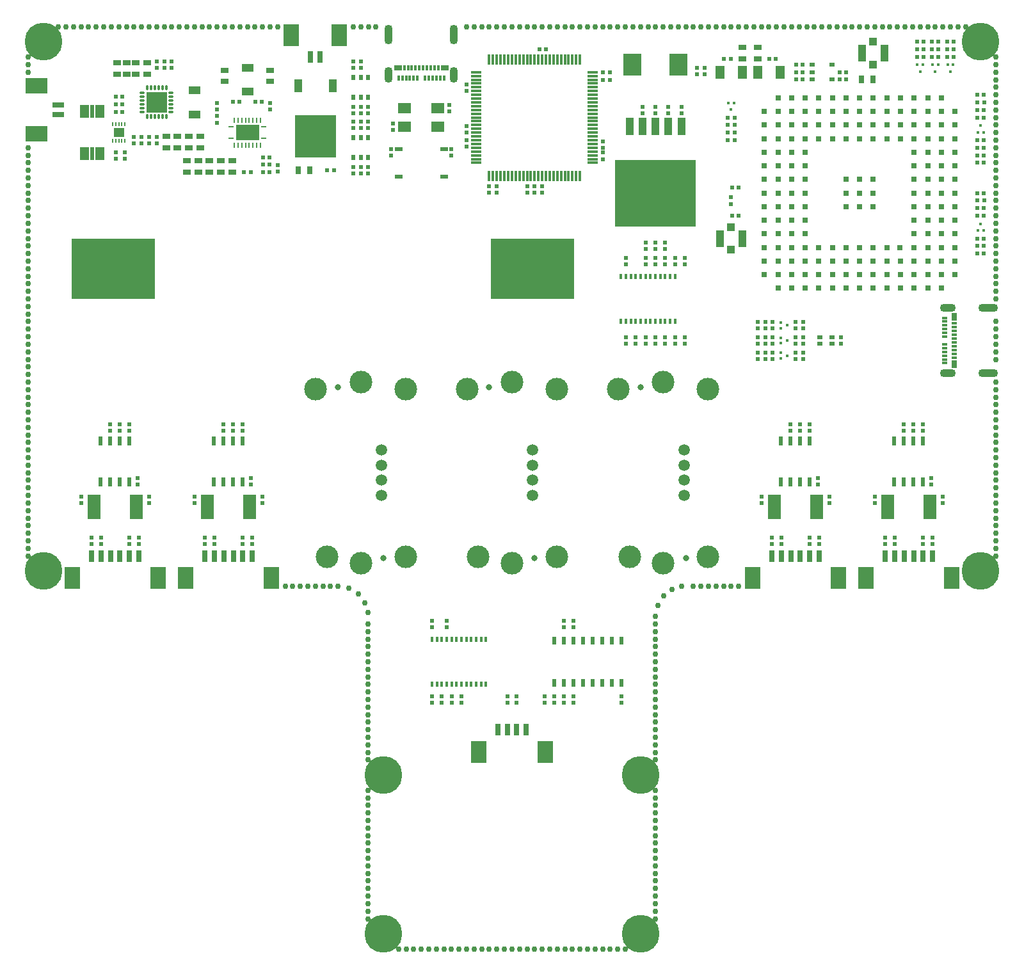
<source format=gbr>
%TF.GenerationSoftware,Altium Limited,Altium Designer,23.3.1 (30)*%
G04 Layer_Color=255*
%FSLAX45Y45*%
%MOMM*%
%TF.SameCoordinates,E4F86091-2262-4A10-A0E3-B6E4D0D901A0*%
%TF.FilePolarity,Positive*%
%TF.FileFunction,Pads,Top*%
%TF.Part,Single*%
G01*
G75*
%TA.AperFunction,SMDPad,CuDef*%
%ADD11R,0.52000X0.47000*%
%ADD12R,0.47000X0.52000*%
%ADD13R,0.40000X0.40000*%
%ADD14R,0.50000X0.60000*%
%ADD15R,0.30000X0.80000*%
%ADD16R,0.40000X0.40000*%
%ADD17R,0.80000X0.50000*%
%ADD18R,0.70000X0.30000*%
%ADD19R,0.70000X1.00000*%
%ADD20R,1.00000X1.00000*%
%ADD21R,1.05000X2.20000*%
%ADD22R,0.80000X0.60000*%
%ADD23R,1.00000X0.70000*%
G04:AMPARAMS|DCode=24|XSize=0.7mm|YSize=0.7mm|CornerRadius=0.07mm|HoleSize=0mm|Usage=FLASHONLY|Rotation=90.000|XOffset=0mm|YOffset=0mm|HoleType=Round|Shape=RoundedRectangle|*
%AMROUNDEDRECTD24*
21,1,0.70000,0.56000,0,0,90.0*
21,1,0.56000,0.70000,0,0,90.0*
1,1,0.14000,0.28000,0.28000*
1,1,0.14000,0.28000,-0.28000*
1,1,0.14000,-0.28000,-0.28000*
1,1,0.14000,-0.28000,0.28000*
%
%ADD24ROUNDEDRECTD24*%
%ADD25R,1.16000X1.82000*%
%ADD26R,2.40000X2.90000*%
%ADD27R,10.66800X8.89000*%
G04:AMPARAMS|DCode=28|XSize=2.286mm|YSize=1.0668mm|CornerRadius=0.05334mm|HoleSize=0mm|Usage=FLASHONLY|Rotation=270.000|XOffset=0mm|YOffset=0mm|HoleType=Round|Shape=RoundedRectangle|*
%AMROUNDEDRECTD28*
21,1,2.28600,0.96012,0,0,270.0*
21,1,2.17932,1.06680,0,0,270.0*
1,1,0.10668,-0.48006,-1.08966*
1,1,0.10668,-0.48006,1.08966*
1,1,0.10668,0.48006,1.08966*
1,1,0.10668,0.48006,-1.08966*
%
%ADD28ROUNDEDRECTD28*%
%ADD29R,0.30000X0.70000*%
%ADD30R,0.75000X1.50000*%
%ADD31R,2.00000X3.00000*%
%ADD32R,1.50000X0.75000*%
%ADD33R,3.00000X2.00000*%
%ADD34R,1.20000X1.79000*%
%ADD35R,0.60000X1.79000*%
%ADD36R,0.25000X0.50000*%
%ADD37R,1.40000X1.30000*%
%ADD38R,2.70000X2.70000*%
G04:AMPARAMS|DCode=39|XSize=0.6mm|YSize=0.3mm|CornerRadius=0.075mm|HoleSize=0mm|Usage=FLASHONLY|Rotation=90.000|XOffset=0mm|YOffset=0mm|HoleType=Round|Shape=RoundedRectangle|*
%AMROUNDEDRECTD39*
21,1,0.60000,0.15000,0,0,90.0*
21,1,0.45000,0.30000,0,0,90.0*
1,1,0.15000,0.07500,0.22500*
1,1,0.15000,0.07500,-0.22500*
1,1,0.15000,-0.07500,-0.22500*
1,1,0.15000,-0.07500,0.22500*
%
%ADD39ROUNDEDRECTD39*%
G04:AMPARAMS|DCode=40|XSize=0.6mm|YSize=0.3mm|CornerRadius=0.075mm|HoleSize=0mm|Usage=FLASHONLY|Rotation=0.000|XOffset=0mm|YOffset=0mm|HoleType=Round|Shape=RoundedRectangle|*
%AMROUNDEDRECTD40*
21,1,0.60000,0.15000,0,0,0.0*
21,1,0.45000,0.30000,0,0,0.0*
1,1,0.15000,0.22500,-0.07500*
1,1,0.15000,-0.22500,-0.07500*
1,1,0.15000,-0.22500,0.07500*
1,1,0.15000,0.22500,0.07500*
%
%ADD40ROUNDEDRECTD40*%
%ADD41R,1.50000X1.00000*%
G04:AMPARAMS|DCode=42|XSize=0.24mm|YSize=0.6mm|CornerRadius=0.0504mm|HoleSize=0mm|Usage=FLASHONLY|Rotation=270.000|XOffset=0mm|YOffset=0mm|HoleType=Round|Shape=RoundedRectangle|*
%AMROUNDEDRECTD42*
21,1,0.24000,0.49920,0,0,270.0*
21,1,0.13920,0.60000,0,0,270.0*
1,1,0.10080,-0.24960,-0.06960*
1,1,0.10080,-0.24960,0.06960*
1,1,0.10080,0.24960,0.06960*
1,1,0.10080,0.24960,-0.06960*
%
%ADD42ROUNDEDRECTD42*%
G04:AMPARAMS|DCode=43|XSize=0.6mm|YSize=0.24mm|CornerRadius=0.0504mm|HoleSize=0mm|Usage=FLASHONLY|Rotation=270.000|XOffset=0mm|YOffset=0mm|HoleType=Round|Shape=RoundedRectangle|*
%AMROUNDEDRECTD43*
21,1,0.60000,0.13920,0,0,270.0*
21,1,0.49920,0.24000,0,0,270.0*
1,1,0.10080,-0.06960,-0.24960*
1,1,0.10080,-0.06960,0.24960*
1,1,0.10080,0.06960,0.24960*
1,1,0.10080,0.06960,-0.24960*
%
%ADD43ROUNDEDRECTD43*%
G04:AMPARAMS|DCode=44|XSize=2.05mm|YSize=3.05mm|CornerRadius=0.05125mm|HoleSize=0mm|Usage=FLASHONLY|Rotation=270.000|XOffset=0mm|YOffset=0mm|HoleType=Round|Shape=RoundedRectangle|*
%AMROUNDEDRECTD44*
21,1,2.05000,2.94750,0,0,270.0*
21,1,1.94750,3.05000,0,0,270.0*
1,1,0.10250,-1.47375,-0.97375*
1,1,0.10250,-1.47375,0.97375*
1,1,0.10250,1.47375,0.97375*
1,1,0.10250,1.47375,-0.97375*
%
%ADD44ROUNDEDRECTD44*%
%ADD45R,5.50000X5.70000*%
%ADD46R,1.00000X1.75000*%
%ADD47R,0.60000X0.80000*%
%ADD48R,1.00000X0.50000*%
%ADD49R,1.80000X1.40000*%
%ADD50R,1.40000X0.30000*%
%ADD51R,0.30000X1.40000*%
%ADD52R,0.60000X1.00000*%
%ADD53R,0.60000X1.20000*%
%ADD54R,1.79000X3.20000*%
%ADD55R,11.00000X8.00000*%
%TA.AperFunction,ViaPad*%
%ADD61C,0.75000*%
%TA.AperFunction,ComponentPad*%
%ADD62O,2.10000X1.10000*%
%ADD63O,2.60000X1.10000*%
%ADD64O,1.10000X2.10000*%
%ADD65O,1.10000X2.60000*%
%TA.AperFunction,ViaPad*%
%ADD66C,5.00000*%
%TA.AperFunction,ComponentPad*%
%ADD67C,1.50000*%
%ADD68C,3.00000*%
%ADD69C,0.80000*%
%ADD70C,2.50000*%
D11*
X-4950000Y5933000D02*
D03*
Y5847000D02*
D03*
X-5059500Y6557000D02*
D03*
Y6643000D02*
D03*
X1897500Y7793000D02*
D03*
Y7707000D02*
D03*
X2027500Y7793000D02*
D03*
Y7707000D02*
D03*
X1767500Y7793000D02*
D03*
Y7707000D02*
D03*
X1507500Y8843000D02*
D03*
Y8757000D02*
D03*
X1767500Y8843000D02*
D03*
Y8757000D02*
D03*
X1897500Y8843000D02*
D03*
Y8757000D02*
D03*
X2027500Y8843000D02*
D03*
Y8757000D02*
D03*
X1507500Y7793000D02*
D03*
Y7707000D02*
D03*
X1637500Y7793000D02*
D03*
Y7707000D02*
D03*
X1767500Y8957000D02*
D03*
Y9043000D02*
D03*
X2027500Y8957000D02*
D03*
Y9043000D02*
D03*
X1897500Y8957000D02*
D03*
Y9043000D02*
D03*
X2157500Y8757000D02*
D03*
Y8843000D02*
D03*
X2287500Y8757000D02*
D03*
Y8843000D02*
D03*
X2157500Y7793000D02*
D03*
Y7707000D02*
D03*
X2287500Y7793000D02*
D03*
Y7707000D02*
D03*
X3850000Y7793000D02*
D03*
Y7707000D02*
D03*
X3750000Y7593000D02*
D03*
Y7507000D02*
D03*
X3850000Y7593000D02*
D03*
Y7507000D02*
D03*
X3750000Y7793000D02*
D03*
Y7707000D02*
D03*
X4350000D02*
D03*
Y7793000D02*
D03*
X3850000Y7993000D02*
D03*
Y7907000D02*
D03*
X3750000Y7993000D02*
D03*
Y7907000D02*
D03*
X3450000Y7993000D02*
D03*
Y7907000D02*
D03*
Y7593000D02*
D03*
Y7507000D02*
D03*
Y7793000D02*
D03*
Y7707000D02*
D03*
X3250000Y7907000D02*
D03*
Y7993000D02*
D03*
X3350000D02*
D03*
Y7907000D02*
D03*
Y7593000D02*
D03*
Y7507000D02*
D03*
X3250000D02*
D03*
Y7593000D02*
D03*
Y7707000D02*
D03*
Y7793000D02*
D03*
X3350000D02*
D03*
Y7707000D02*
D03*
X2899999Y9643000D02*
D03*
Y9557000D02*
D03*
X2550000Y11358700D02*
D03*
Y11272700D02*
D03*
X2450000Y11358700D02*
D03*
Y11272700D02*
D03*
X1729820Y10757000D02*
D03*
Y10843000D02*
D03*
X1900000Y10757000D02*
D03*
Y10843000D02*
D03*
X2070180Y10757000D02*
D03*
Y10843000D02*
D03*
X2240360D02*
D03*
Y10757000D02*
D03*
X-5120000Y10243000D02*
D03*
Y10157000D02*
D03*
X-5240000Y10243000D02*
D03*
Y10157000D02*
D03*
X-4500000Y11442999D02*
D03*
Y11357000D02*
D03*
X-4600000D02*
D03*
Y11442999D02*
D03*
X-4700000Y11357000D02*
D03*
Y11443000D02*
D03*
X-3900000Y10893000D02*
D03*
Y10807000D02*
D03*
Y10632000D02*
D03*
Y10717999D02*
D03*
X-5000000Y10357000D02*
D03*
Y10443000D02*
D03*
X-4900000D02*
D03*
Y10357000D02*
D03*
X-4800000Y10443000D02*
D03*
Y10357000D02*
D03*
X-4700000Y10443000D02*
D03*
Y10357000D02*
D03*
X-3100000Y10067999D02*
D03*
Y9982000D02*
D03*
X-2095000Y11357000D02*
D03*
Y11442999D02*
D03*
X-2000000D02*
D03*
Y11357000D02*
D03*
X-1905000Y10842999D02*
D03*
Y10757000D02*
D03*
X-2000000Y10843000D02*
D03*
Y10757000D02*
D03*
X-2095000Y10843000D02*
D03*
Y10757000D02*
D03*
X-1905000Y10557000D02*
D03*
Y10643000D02*
D03*
X-2000000Y10557000D02*
D03*
Y10643000D02*
D03*
X-2095000Y10642999D02*
D03*
Y10556999D02*
D03*
X-1905000Y10042999D02*
D03*
Y9957000D02*
D03*
X-2000000Y10042999D02*
D03*
Y9957000D02*
D03*
X-2095000Y10042999D02*
D03*
Y9957000D02*
D03*
X-800000Y10285000D02*
D03*
Y10199000D02*
D03*
X-1600000D02*
D03*
Y10285000D02*
D03*
X-1574800Y10622100D02*
D03*
Y10536100D02*
D03*
X-825500Y10777400D02*
D03*
Y10863400D02*
D03*
X-600000Y10314000D02*
D03*
Y10400000D02*
D03*
X-600000Y10586000D02*
D03*
Y10500000D02*
D03*
X-600000Y11050000D02*
D03*
Y11136000D02*
D03*
X1200000Y10300000D02*
D03*
Y10386000D02*
D03*
X1200000Y10236000D02*
D03*
Y10150000D02*
D03*
X400000Y9793000D02*
D03*
Y9707000D02*
D03*
X300000Y9793000D02*
D03*
Y9707000D02*
D03*
X200000Y9793000D02*
D03*
Y9707000D02*
D03*
X-200000Y9793000D02*
D03*
Y9707000D02*
D03*
X-300000Y9793000D02*
D03*
Y9707000D02*
D03*
X-3200000Y10807000D02*
D03*
Y10893000D02*
D03*
X-3450000Y5847000D02*
D03*
Y5933000D02*
D03*
X-862500Y3957000D02*
D03*
Y4043000D02*
D03*
X-1057500Y3957000D02*
D03*
Y4043000D02*
D03*
X-667500Y3043000D02*
D03*
Y2957000D02*
D03*
X-797500Y2957000D02*
D03*
Y3043000D02*
D03*
X-927500Y3043000D02*
D03*
Y2957000D02*
D03*
X-1057500Y3043000D02*
D03*
Y2957000D02*
D03*
X-62500Y3043000D02*
D03*
Y2957000D02*
D03*
X62500Y3043000D02*
D03*
Y2957000D02*
D03*
X682500Y4043000D02*
D03*
Y3957000D02*
D03*
X809500D02*
D03*
Y4043000D02*
D03*
Y3043000D02*
D03*
Y2957000D02*
D03*
X1444500Y3043000D02*
D03*
Y2957000D02*
D03*
X682500Y3043000D02*
D03*
Y2957000D02*
D03*
X555500Y3043000D02*
D03*
Y2957000D02*
D03*
X428450Y3043000D02*
D03*
Y2957000D02*
D03*
X-3559500Y6643000D02*
D03*
Y6557000D02*
D03*
X-3813500Y6557000D02*
D03*
Y6643000D02*
D03*
X-3686500Y6557000D02*
D03*
Y6643000D02*
D03*
X-5186500Y6557000D02*
D03*
Y6643000D02*
D03*
X-5313500Y6557000D02*
D03*
Y6643000D02*
D03*
X-3300000Y5683000D02*
D03*
Y5597000D02*
D03*
X-4200000Y5597000D02*
D03*
Y5683000D02*
D03*
X-4800000Y5683000D02*
D03*
Y5597000D02*
D03*
X-5700000Y5597000D02*
D03*
Y5683000D02*
D03*
X-3436040Y5057000D02*
D03*
Y5143000D02*
D03*
X-3561040Y5057000D02*
D03*
Y5143000D02*
D03*
X-3936040Y5057000D02*
D03*
Y5143000D02*
D03*
X-4061040Y5057000D02*
D03*
Y5143000D02*
D03*
X-4936040Y5057000D02*
D03*
Y5143000D02*
D03*
X-5061040Y5057000D02*
D03*
Y5143000D02*
D03*
X-5436040Y5057000D02*
D03*
Y5143000D02*
D03*
X-5561040Y5057000D02*
D03*
Y5143000D02*
D03*
X5186500Y6557000D02*
D03*
Y6643000D02*
D03*
X5313500Y6557000D02*
D03*
Y6643000D02*
D03*
X5440500D02*
D03*
Y6557000D02*
D03*
X5550000Y5847000D02*
D03*
Y5933000D02*
D03*
X5700000Y5683000D02*
D03*
Y5597000D02*
D03*
X4800000Y5597000D02*
D03*
Y5683000D02*
D03*
X5563960Y5057000D02*
D03*
Y5143000D02*
D03*
X5438960Y5057000D02*
D03*
Y5143000D02*
D03*
X5063960Y5057000D02*
D03*
Y5143000D02*
D03*
X4938960Y5057000D02*
D03*
Y5143000D02*
D03*
X3940500Y6643000D02*
D03*
Y6557000D02*
D03*
X3813500D02*
D03*
Y6643000D02*
D03*
X3686500Y6557000D02*
D03*
Y6643000D02*
D03*
X4050000Y5847000D02*
D03*
Y5933000D02*
D03*
X3300000Y5597000D02*
D03*
Y5683000D02*
D03*
X4200000D02*
D03*
Y5597000D02*
D03*
X4063960Y5057000D02*
D03*
Y5143000D02*
D03*
X3938960Y5057000D02*
D03*
Y5143000D02*
D03*
X3563960Y5057000D02*
D03*
Y5143000D02*
D03*
X3438960Y5057000D02*
D03*
Y5143000D02*
D03*
D12*
X3001000Y9775000D02*
D03*
X6243000Y9500000D02*
D03*
X6157000D02*
D03*
Y8900000D02*
D03*
X6243000D02*
D03*
X6243000Y9000000D02*
D03*
X6157000D02*
D03*
X6243000Y9100000D02*
D03*
X6157000D02*
D03*
X6243000Y9400000D02*
D03*
X6157000D02*
D03*
X6243000Y10700000D02*
D03*
X6157000D02*
D03*
X6243000Y10800000D02*
D03*
X6157000D02*
D03*
Y11000000D02*
D03*
X6243000D02*
D03*
X6157000Y10200000D02*
D03*
X6243000D02*
D03*
X6157000Y9700000D02*
D03*
X6243000D02*
D03*
X6243000Y10100000D02*
D03*
X6157000D02*
D03*
X6243000Y10300000D02*
D03*
X6157000D02*
D03*
X6243000Y10400000D02*
D03*
X6157000D02*
D03*
X2915000Y9775000D02*
D03*
X3001000Y9400000D02*
D03*
X2915000D02*
D03*
X2857000Y10700000D02*
D03*
X2943000D02*
D03*
X2857000Y10600000D02*
D03*
X2943000D02*
D03*
Y10400000D02*
D03*
X2857000D02*
D03*
X4422499Y11205000D02*
D03*
X4336500D02*
D03*
X4422499Y11300000D02*
D03*
X4336500D02*
D03*
X3842999Y11205000D02*
D03*
X3756999D02*
D03*
X3842999Y11300000D02*
D03*
X3756999D02*
D03*
X3842999Y11395000D02*
D03*
X3756999D02*
D03*
X3407000Y11471250D02*
D03*
X3493000D02*
D03*
X2893000D02*
D03*
X2807000D02*
D03*
X-5157000Y10975000D02*
D03*
X-5243000D02*
D03*
X-5243000Y10875000D02*
D03*
X-5157000D02*
D03*
X-5243000Y10775000D02*
D03*
X-5157000D02*
D03*
X-3393000Y10906199D02*
D03*
X-3307000D02*
D03*
X-3607000D02*
D03*
X-3693000D02*
D03*
X-3543000Y9974999D02*
D03*
X-3457000D02*
D03*
X-3293000Y10175000D02*
D03*
X-3207000D02*
D03*
X-3293000Y10074999D02*
D03*
X-3207000D02*
D03*
X-3293000Y9974999D02*
D03*
X-3207000D02*
D03*
X-2443000Y10000000D02*
D03*
X-2357000D02*
D03*
X450000Y11600000D02*
D03*
X364000D02*
D03*
X1207000Y11300000D02*
D03*
X1293000D02*
D03*
X1207000Y11200000D02*
D03*
X1293000D02*
D03*
X5557000Y11700000D02*
D03*
X5643000D02*
D03*
Y11500000D02*
D03*
X5557000D02*
D03*
X5643000Y11600000D02*
D03*
X5557000D02*
D03*
X5357000Y11700000D02*
D03*
X5443000D02*
D03*
Y11500000D02*
D03*
X5357000D02*
D03*
X5443000Y11600000D02*
D03*
X5357000D02*
D03*
X5757000Y11700000D02*
D03*
X5843000D02*
D03*
Y11500000D02*
D03*
X5757000D02*
D03*
X5843000Y11600000D02*
D03*
X5757000D02*
D03*
D13*
X6200000Y10595000D02*
D03*
X6237500Y10505000D02*
D03*
X6162500D02*
D03*
X6200000Y9295000D02*
D03*
X6237500Y9205000D02*
D03*
X6162500D02*
D03*
X2937500Y10895000D02*
D03*
X2862500D02*
D03*
X2900000Y10805000D02*
D03*
X5637500Y11395000D02*
D03*
X5562500D02*
D03*
X5600000Y11305000D02*
D03*
X5437500Y11395000D02*
D03*
X5362500D02*
D03*
X5400000Y11305000D02*
D03*
X5837500Y11395000D02*
D03*
X5762500D02*
D03*
X5800000Y11305000D02*
D03*
D14*
X6245000Y9600000D02*
D03*
X6155000D02*
D03*
X6245000Y10900000D02*
D03*
X6155000D02*
D03*
X2855000Y10500000D02*
D03*
X2945000D02*
D03*
D15*
X2157500Y8000000D02*
D03*
X1442500D02*
D03*
Y8600000D02*
D03*
X2157500D02*
D03*
X1507500Y8000000D02*
D03*
X2092500D02*
D03*
X1507500Y8600000D02*
D03*
X2092500D02*
D03*
X2027500D02*
D03*
X1572500D02*
D03*
X1637500D02*
D03*
X1702500D02*
D03*
X1767500D02*
D03*
X1962500D02*
D03*
X1897500D02*
D03*
X1832500D02*
D03*
X2027500Y8000000D02*
D03*
X1572500D02*
D03*
X1637500D02*
D03*
X1702500D02*
D03*
X1767500D02*
D03*
X1962500D02*
D03*
X1897500D02*
D03*
X1832500D02*
D03*
X-1057500Y3800000D02*
D03*
X-342500D02*
D03*
Y3200000D02*
D03*
X-1057500D02*
D03*
X-407500Y3800000D02*
D03*
X-992500D02*
D03*
X-407500Y3200000D02*
D03*
X-992500D02*
D03*
X-927500D02*
D03*
X-472500D02*
D03*
X-537500D02*
D03*
X-602500D02*
D03*
X-667500D02*
D03*
X-862500D02*
D03*
X-797500D02*
D03*
X-732500D02*
D03*
X-927500Y3800000D02*
D03*
X-472500D02*
D03*
X-537500D02*
D03*
X-602500D02*
D03*
X-667500D02*
D03*
X-862500D02*
D03*
X-797500D02*
D03*
X-732500D02*
D03*
D16*
X3555000Y7587500D02*
D03*
Y7512500D02*
D03*
X3645000Y7550000D02*
D03*
X3555000Y7787500D02*
D03*
Y7712500D02*
D03*
X3645000Y7750000D02*
D03*
X3555000Y7987500D02*
D03*
Y7912500D02*
D03*
X3645000Y7950000D02*
D03*
D17*
X4070000Y7705000D02*
D03*
X4230000D02*
D03*
Y7795000D02*
D03*
X4070000D02*
D03*
D18*
X5852960Y7525000D02*
D03*
X5853000Y7575000D02*
D03*
Y7625000D02*
D03*
Y7675000D02*
D03*
Y7725000D02*
D03*
Y7975000D02*
D03*
Y7925000D02*
D03*
Y7875000D02*
D03*
Y7825000D02*
D03*
Y7775000D02*
D03*
X5723000Y8050000D02*
D03*
Y8000000D02*
D03*
Y7950000D02*
D03*
Y7900000D02*
D03*
Y7850000D02*
D03*
Y7800000D02*
D03*
Y7700000D02*
D03*
Y7650000D02*
D03*
Y7600000D02*
D03*
Y7550000D02*
D03*
Y7500000D02*
D03*
Y7450000D02*
D03*
D19*
X5853000Y8060000D02*
D03*
Y7440000D02*
D03*
X4622500Y11205000D02*
D03*
X4779999D02*
D03*
X-2825000Y10000000D02*
D03*
X-2675000D02*
D03*
D20*
X2899999Y9250000D02*
D03*
X2899999Y8950000D02*
D03*
X4779999Y11400000D02*
D03*
X4780000Y11700000D02*
D03*
D21*
X2752499Y9100000D02*
D03*
X3047499D02*
D03*
X4927499Y11550000D02*
D03*
X4632499D02*
D03*
D22*
X3969999Y11395000D02*
D03*
Y11300000D02*
D03*
Y11205000D02*
D03*
X4229999D02*
D03*
Y11395000D02*
D03*
D23*
X3252500Y11628750D02*
D03*
Y11471250D02*
D03*
X3047500Y11628750D02*
D03*
Y11471250D02*
D03*
X-1510000Y11353000D02*
D03*
X-890000D02*
D03*
X-4825000Y11425000D02*
D03*
Y11275000D02*
D03*
X-4975000Y11425000D02*
D03*
Y11275000D02*
D03*
X-5100000Y11425000D02*
D03*
Y11275000D02*
D03*
X-5225000Y11425000D02*
D03*
Y11275000D02*
D03*
X-3200000Y11175000D02*
D03*
Y11325000D02*
D03*
X-3800000Y11175000D02*
D03*
Y11325000D02*
D03*
X-4125000Y10300000D02*
D03*
Y10450000D02*
D03*
X-4275000Y10300000D02*
D03*
Y10450000D02*
D03*
X-4425000Y10300000D02*
D03*
Y10450000D02*
D03*
X-4575000Y10300000D02*
D03*
Y10450000D02*
D03*
X-4300000Y9975000D02*
D03*
Y10125000D02*
D03*
X-4150000Y9975000D02*
D03*
Y10125000D02*
D03*
X-4000000Y9975000D02*
D03*
Y10125000D02*
D03*
X-3850000Y9975000D02*
D03*
Y10125000D02*
D03*
X-3700000Y9975000D02*
D03*
Y10125000D02*
D03*
D24*
X4779999Y9699999D02*
D03*
X4599999Y9880000D02*
D03*
X4779999D02*
D03*
X4419999Y9699999D02*
D03*
X4599999D02*
D03*
X4419999Y9880000D02*
D03*
X4779999Y9520000D02*
D03*
X4419999D02*
D03*
X4599999D02*
D03*
X5679999Y8440000D02*
D03*
Y8620000D02*
D03*
X5319999Y8440000D02*
D03*
X5499999D02*
D03*
X5859999Y8620000D02*
D03*
Y8800000D02*
D03*
X5499999Y8620000D02*
D03*
X5679999Y8800000D02*
D03*
X5499999D02*
D03*
X4779999Y8440000D02*
D03*
X5139999D02*
D03*
X4959999D02*
D03*
X5139999Y8620000D02*
D03*
X5319999D02*
D03*
X4779999D02*
D03*
X5139999Y8800000D02*
D03*
X4959999Y8620000D02*
D03*
X5679999Y8980000D02*
D03*
X5859999D02*
D03*
Y9159999D02*
D03*
Y9339999D02*
D03*
X5679999Y9159999D02*
D03*
X5859999Y9519999D02*
D03*
X5679999Y9339999D02*
D03*
X4959999Y8800000D02*
D03*
X5499999Y8980000D02*
D03*
X5319999Y8800000D02*
D03*
X5499999Y9159999D02*
D03*
X5679999Y9519999D02*
D03*
X5319999Y8980000D02*
D03*
X5499999Y9519999D02*
D03*
Y9339999D02*
D03*
X4420000Y8440000D02*
D03*
X4599999D02*
D03*
X4060000D02*
D03*
X4240000D02*
D03*
X4599999Y8620000D02*
D03*
X4779999Y8800000D02*
D03*
X4060000Y8620000D02*
D03*
X4420000D02*
D03*
X4240000D02*
D03*
X3880000Y8440000D02*
D03*
Y8620000D02*
D03*
X3700000Y8440000D02*
D03*
X3520000D02*
D03*
X3880000Y8800000D02*
D03*
X4060000D02*
D03*
X3340000Y8620000D02*
D03*
X3700000D02*
D03*
X3520000D02*
D03*
X4420000Y8800000D02*
D03*
X4599999D02*
D03*
X3520000D02*
D03*
X4240000D02*
D03*
X3700000D02*
D03*
Y8980000D02*
D03*
X3880000D02*
D03*
X3700000Y9159999D02*
D03*
Y9519999D02*
D03*
Y9339999D02*
D03*
X3340000Y8800000D02*
D03*
X3520000Y8980000D02*
D03*
X3340000D02*
D03*
X3520000Y9159999D02*
D03*
Y9339999D02*
D03*
X3340000Y9159999D02*
D03*
Y9519999D02*
D03*
Y9339999D02*
D03*
X5859999Y9699999D02*
D03*
Y9879999D02*
D03*
X5679999Y9699999D02*
D03*
Y9879999D02*
D03*
X5859999Y10059999D02*
D03*
Y10239999D02*
D03*
X5679999Y10059999D02*
D03*
X5859999Y10419999D02*
D03*
X5679999Y10599999D02*
D03*
X5499999Y9879999D02*
D03*
X5679999Y10239999D02*
D03*
X5499999Y9699999D02*
D03*
Y10239999D02*
D03*
Y10059999D02*
D03*
Y10419999D02*
D03*
X5679999D02*
D03*
X5319999D02*
D03*
X5499999Y10599999D02*
D03*
X4779999D02*
D03*
X5859999D02*
D03*
X5679999Y10779999D02*
D03*
X5139999Y10599999D02*
D03*
X5499999Y10779999D02*
D03*
X5319999Y10599999D02*
D03*
X5859999Y10779999D02*
D03*
X5679999Y10959998D02*
D03*
X5319999Y10779999D02*
D03*
X5499999Y10959998D02*
D03*
X5319999D02*
D03*
X4959999Y10599999D02*
D03*
X5139999Y10779999D02*
D03*
X4599999D02*
D03*
X4959999D02*
D03*
X4779999D02*
D03*
Y10959998D02*
D03*
X5139999D02*
D03*
X4959999D02*
D03*
X3700000Y9699999D02*
D03*
Y9879999D02*
D03*
X3520000Y9699999D02*
D03*
X3700000Y10059999D02*
D03*
X4420000Y10599999D02*
D03*
X4599999D02*
D03*
X3700000Y10239999D02*
D03*
X3880000Y10419999D02*
D03*
X3700000D02*
D03*
X3520000Y9519999D02*
D03*
Y9879999D02*
D03*
X3340000Y9699999D02*
D03*
X3520000Y10059999D02*
D03*
X3340000Y9879999D02*
D03*
X3520000Y10239999D02*
D03*
Y10419999D02*
D03*
X3340000Y10059999D02*
D03*
Y10419999D02*
D03*
Y10239999D02*
D03*
X4240000Y10599999D02*
D03*
X4420000Y10779999D02*
D03*
X3880000Y10599999D02*
D03*
X4240000Y10779999D02*
D03*
X4060000Y10599999D02*
D03*
X4420000Y10959998D02*
D03*
X4599999D02*
D03*
X4060000Y10779999D02*
D03*
X4240000Y10959998D02*
D03*
X4060000D02*
D03*
X3700000Y10599999D02*
D03*
X3880000Y10779999D02*
D03*
X3340000Y10599999D02*
D03*
X3700000Y10779999D02*
D03*
X3520000Y10599999D02*
D03*
X3700000Y10959998D02*
D03*
X3880000D02*
D03*
X3520000Y10779999D02*
D03*
Y10959998D02*
D03*
X3340000Y10779999D02*
D03*
X4060000Y8980000D02*
D03*
X4240000D02*
D03*
X4420000D02*
D03*
X4599999D02*
D03*
X4779999D02*
D03*
X4959999D02*
D03*
X5133399D02*
D03*
X3880000Y9159999D02*
D03*
Y9519999D02*
D03*
Y9339999D02*
D03*
Y9699999D02*
D03*
Y9879999D02*
D03*
Y10059999D02*
D03*
Y10239999D02*
D03*
X4779999Y10419999D02*
D03*
X5139999D02*
D03*
X4959999D02*
D03*
X4420000D02*
D03*
X4599999D02*
D03*
X4240000D02*
D03*
X4060000D02*
D03*
X5319999Y9159999D02*
D03*
Y9519999D02*
D03*
Y9339999D02*
D03*
Y9879999D02*
D03*
Y9699999D02*
D03*
Y10239999D02*
D03*
Y10059999D02*
D03*
D25*
X3047500Y11300000D02*
D03*
X2752500D02*
D03*
X3252500Y11300000D02*
D03*
X3547500D02*
D03*
D26*
X2205000Y11400000D02*
D03*
X1595000D02*
D03*
D27*
X1900000Y9700000D02*
D03*
D28*
X1559640Y10576300D02*
D03*
X1729820D02*
D03*
X1900000D02*
D03*
X2070180D02*
D03*
X2240360D02*
D03*
D29*
X-975000Y11352960D02*
D03*
X-1025000Y11353000D02*
D03*
X-1075000D02*
D03*
X-1125000D02*
D03*
X-1175000D02*
D03*
X-1425000D02*
D03*
X-1375000D02*
D03*
X-1325000D02*
D03*
X-1275000D02*
D03*
X-1225000D02*
D03*
X-1500000Y11223000D02*
D03*
X-1450000D02*
D03*
X-1400000D02*
D03*
X-1350000D02*
D03*
X-1300000D02*
D03*
X-1250000D02*
D03*
X-1150000D02*
D03*
X-1100000D02*
D03*
X-1050000D02*
D03*
X-1000000D02*
D03*
X-950000D02*
D03*
X-900000D02*
D03*
D30*
X-2537500Y11500000D02*
D03*
X-2662500D02*
D03*
X-62500Y2600000D02*
D03*
X-187500D02*
D03*
X62500D02*
D03*
X187500D02*
D03*
X-3936040Y4900001D02*
D03*
X-4061040D02*
D03*
X-3811040D02*
D03*
X-3561040D02*
D03*
X-3686040D02*
D03*
X-3436040D02*
D03*
X-5436040D02*
D03*
X-5561040D02*
D03*
X-5311040D02*
D03*
X-5061040D02*
D03*
X-5186040D02*
D03*
X-4936040D02*
D03*
X5063960D02*
D03*
X4938960D02*
D03*
X5188960D02*
D03*
X5438960D02*
D03*
X5313960D02*
D03*
X5563960D02*
D03*
X3563960D02*
D03*
X3438960D02*
D03*
X3688960D02*
D03*
X3938960D02*
D03*
X3813960D02*
D03*
X4063960D02*
D03*
D31*
X-2282500Y11790000D02*
D03*
X-2917500D02*
D03*
X-442500Y2310000D02*
D03*
X442500D02*
D03*
X-4316040Y4610001D02*
D03*
X-3181040D02*
D03*
X-5816040D02*
D03*
X-4681040D02*
D03*
X4683960D02*
D03*
X5818960D02*
D03*
X3183960D02*
D03*
X4318960D02*
D03*
D32*
X-6000000Y10862500D02*
D03*
Y10737500D02*
D03*
D33*
X-6290000Y11117500D02*
D03*
Y10482500D02*
D03*
D34*
X-5651500Y10780000D02*
D03*
X-5448500D02*
D03*
X-5651500Y10220000D02*
D03*
X-5448500D02*
D03*
D35*
X-5550000Y10780000D02*
D03*
Y10220000D02*
D03*
D36*
X-5120000Y10610000D02*
D03*
X-5160000D02*
D03*
X-5200000D02*
D03*
X-5240000D02*
D03*
X-5280000D02*
D03*
Y10390000D02*
D03*
X-5240000D02*
D03*
X-5200000D02*
D03*
X-5160000D02*
D03*
X-5120000D02*
D03*
D37*
X-5200000Y10500000D02*
D03*
D38*
X-4700000Y10900000D02*
D03*
D39*
X-4825000Y11089999D02*
D03*
X-4775000D02*
D03*
X-4725000D02*
D03*
X-4675000D02*
D03*
X-4625000D02*
D03*
X-4575000D02*
D03*
X-4625000Y10710000D02*
D03*
X-4675000D02*
D03*
X-4725000D02*
D03*
X-4775000D02*
D03*
X-4825000D02*
D03*
X-4575000D02*
D03*
D40*
X-4510000Y11025000D02*
D03*
Y10975000D02*
D03*
Y10924999D02*
D03*
Y10875000D02*
D03*
Y10824999D02*
D03*
Y10775000D02*
D03*
X-4890000Y10824999D02*
D03*
Y10875000D02*
D03*
Y10924999D02*
D03*
Y10975000D02*
D03*
Y11025000D02*
D03*
Y10775000D02*
D03*
D41*
X-4200000Y10740000D02*
D03*
Y11060000D02*
D03*
X-3500000Y11040000D02*
D03*
Y11360000D02*
D03*
D42*
X-3285000Y10575000D02*
D03*
Y10425000D02*
D03*
X-3715000Y10575000D02*
D03*
Y10425000D02*
D03*
D43*
X-3475000Y10665000D02*
D03*
X-3525000D02*
D03*
X-3575000D02*
D03*
X-3625000D02*
D03*
X-3675000D02*
D03*
X-3425000D02*
D03*
X-3375000D02*
D03*
X-3325000D02*
D03*
X-3475000Y10335000D02*
D03*
X-3525000D02*
D03*
X-3575000D02*
D03*
X-3625000D02*
D03*
X-3675000D02*
D03*
X-3425000D02*
D03*
X-3375000D02*
D03*
X-3325000D02*
D03*
D44*
X-3500000Y10500000D02*
D03*
D45*
X-2600000Y10450000D02*
D03*
D46*
X-2828500Y11116500D02*
D03*
X-2371500D02*
D03*
D47*
X-2000000Y11230000D02*
D03*
X-2095000D02*
D03*
X-1905000D02*
D03*
Y10970000D02*
D03*
X-2000000D02*
D03*
X-2095000D02*
D03*
X-2000000Y10430000D02*
D03*
X-2095000D02*
D03*
X-1905000D02*
D03*
Y10170000D02*
D03*
X-2000000D02*
D03*
X-2095000D02*
D03*
D48*
X-900000Y10285000D02*
D03*
Y9915000D02*
D03*
X-1500000Y10285000D02*
D03*
Y9915000D02*
D03*
D49*
X-980000Y10820000D02*
D03*
X-1420000D02*
D03*
Y10580000D02*
D03*
X-980000D02*
D03*
D50*
X-470000Y11150000D02*
D03*
Y11300000D02*
D03*
Y11250000D02*
D03*
Y11200000D02*
D03*
Y11100000D02*
D03*
Y10550000D02*
D03*
Y11050000D02*
D03*
Y11000000D02*
D03*
Y10950000D02*
D03*
Y10900000D02*
D03*
Y10850000D02*
D03*
Y10800000D02*
D03*
Y10750000D02*
D03*
Y10700000D02*
D03*
Y10650000D02*
D03*
Y10600000D02*
D03*
Y10450000D02*
D03*
Y10400000D02*
D03*
Y10150000D02*
D03*
Y10350000D02*
D03*
Y10250000D02*
D03*
Y10500000D02*
D03*
Y10100000D02*
D03*
Y10200000D02*
D03*
Y10300000D02*
D03*
X1070000Y10100000D02*
D03*
Y10150000D02*
D03*
Y10200000D02*
D03*
Y10250000D02*
D03*
Y10300000D02*
D03*
Y10350000D02*
D03*
Y10400000D02*
D03*
Y10450000D02*
D03*
Y10500000D02*
D03*
Y10550000D02*
D03*
Y10600000D02*
D03*
Y10650000D02*
D03*
Y10700000D02*
D03*
Y10750000D02*
D03*
Y10800000D02*
D03*
Y10850000D02*
D03*
Y10900000D02*
D03*
Y10950000D02*
D03*
Y11000000D02*
D03*
Y11050000D02*
D03*
Y11100000D02*
D03*
Y11150000D02*
D03*
Y11200000D02*
D03*
Y11250000D02*
D03*
Y11300000D02*
D03*
D51*
X900000Y11470000D02*
D03*
X850000D02*
D03*
X800000D02*
D03*
X750000D02*
D03*
X700000D02*
D03*
X650000D02*
D03*
X600000D02*
D03*
X550000D02*
D03*
X500000D02*
D03*
X450000D02*
D03*
X400000D02*
D03*
X350000D02*
D03*
X300000D02*
D03*
X250000D02*
D03*
X200000D02*
D03*
X150000D02*
D03*
X100000D02*
D03*
X50000D02*
D03*
X0D02*
D03*
X-50000D02*
D03*
X-100000D02*
D03*
X-150000D02*
D03*
X-200000D02*
D03*
X-250000D02*
D03*
X-300000D02*
D03*
Y9930000D02*
D03*
X-250000D02*
D03*
X-200000D02*
D03*
X-150000D02*
D03*
X-100000D02*
D03*
X-50000D02*
D03*
X0D02*
D03*
X50000D02*
D03*
X100000D02*
D03*
X150000D02*
D03*
X200000D02*
D03*
X250000D02*
D03*
X300000D02*
D03*
X350000D02*
D03*
X400000D02*
D03*
X450000D02*
D03*
X500000D02*
D03*
X550000D02*
D03*
X600000D02*
D03*
X650000D02*
D03*
X700000D02*
D03*
X750000D02*
D03*
X800000D02*
D03*
X850000D02*
D03*
X900000D02*
D03*
D52*
X555500Y3220000D02*
D03*
Y3780000D02*
D03*
X1444500Y3220000D02*
D03*
Y3780000D02*
D03*
X1317500Y3220000D02*
D03*
X682500D02*
D03*
Y3780000D02*
D03*
X1317500D02*
D03*
X1190500D02*
D03*
X1063500D02*
D03*
X936500D02*
D03*
X809500D02*
D03*
Y3220000D02*
D03*
X936500D02*
D03*
X1063500D02*
D03*
X1190500D02*
D03*
D53*
X-5186500Y5880000D02*
D03*
X-5059500D02*
D03*
X-5313500D02*
D03*
X-5440500D02*
D03*
X-5186500Y6420000D02*
D03*
X-5059500D02*
D03*
X-5313500D02*
D03*
X-5440500D02*
D03*
X-3686500Y5880000D02*
D03*
X-3559500D02*
D03*
X-3813500D02*
D03*
X-3940500D02*
D03*
X-3686500Y6420000D02*
D03*
X-3559500D02*
D03*
X-3813500D02*
D03*
X-3940500D02*
D03*
X5313500Y5880000D02*
D03*
X5440500D02*
D03*
X5186500D02*
D03*
X5059500D02*
D03*
X5313500Y6420000D02*
D03*
X5440500D02*
D03*
X5186500D02*
D03*
X5059500D02*
D03*
X3813500Y5880000D02*
D03*
X3940500D02*
D03*
X3686500D02*
D03*
X3559500D02*
D03*
X3813500Y6420000D02*
D03*
X3940500D02*
D03*
X3686500D02*
D03*
X3559500D02*
D03*
D54*
X-5530000Y5550000D02*
D03*
X-4970000D02*
D03*
X-4030000D02*
D03*
X-3470000D02*
D03*
X4970000D02*
D03*
X5530000D02*
D03*
X3470000D02*
D03*
X4030000D02*
D03*
D55*
X-5270000Y8700000D02*
D03*
X270000D02*
D03*
D61*
X6400000Y10700000D02*
D03*
Y10800000D02*
D03*
Y11199999D02*
D03*
Y11100000D02*
D03*
Y11000000D02*
D03*
Y10900000D02*
D03*
Y11299999D02*
D03*
Y11399999D02*
D03*
Y11499999D02*
D03*
X-5999988Y11900000D02*
D03*
X-5899988D02*
D03*
X-5499989D02*
D03*
X-5599989D02*
D03*
X-5699989D02*
D03*
X-5799988D02*
D03*
X-4399991D02*
D03*
X-4499991D02*
D03*
X-4899990D02*
D03*
X-4799990D02*
D03*
X-4699991D02*
D03*
X-4599991D02*
D03*
X-4999990D02*
D03*
X-5099990D02*
D03*
X-5199990D02*
D03*
X-5299989D02*
D03*
X-5399989D02*
D03*
X-4299991D02*
D03*
X-4199992D02*
D03*
X-3799992D02*
D03*
X-3899992D02*
D03*
X-3999992D02*
D03*
X-4099992D02*
D03*
X-3199994D02*
D03*
X-3099994D02*
D03*
X-3299993D02*
D03*
X-3399993D02*
D03*
X-3499993D02*
D03*
X-3599993D02*
D03*
X-3699993D02*
D03*
X-2099996D02*
D03*
X-1799996D02*
D03*
X-1899996D02*
D03*
X-1999996D02*
D03*
X-399999D02*
D03*
X-499999D02*
D03*
X-599999D02*
D03*
X699999D02*
D03*
X599999D02*
D03*
X200000D02*
D03*
X299999D02*
D03*
X399999D02*
D03*
X499999D02*
D03*
X100000D02*
D03*
X0D02*
D03*
X-100000D02*
D03*
X-200000D02*
D03*
X-299999D02*
D03*
X799998D02*
D03*
X899998D02*
D03*
X1299997D02*
D03*
X1199998D02*
D03*
X1099998D02*
D03*
X999998D02*
D03*
X2399995D02*
D03*
X2299995D02*
D03*
X1899996D02*
D03*
X1999996D02*
D03*
X2099996D02*
D03*
X2199996D02*
D03*
X1799996D02*
D03*
X1699997D02*
D03*
X1599997D02*
D03*
X1499997D02*
D03*
X1399997D02*
D03*
X2499995D02*
D03*
X2599995D02*
D03*
X2999994D02*
D03*
X2899994D02*
D03*
X2799994D02*
D03*
X2699995D02*
D03*
X4099992D02*
D03*
X3999992D02*
D03*
X3599993D02*
D03*
X3699993D02*
D03*
X3799992D02*
D03*
X3899992D02*
D03*
X3499993D02*
D03*
X3399993D02*
D03*
X3299993D02*
D03*
X3199994D02*
D03*
X3099994D02*
D03*
X4799990D02*
D03*
X4899990D02*
D03*
X4999990D02*
D03*
X5899988D02*
D03*
X5999988D02*
D03*
X5099990D02*
D03*
X5199990D02*
D03*
X5599989D02*
D03*
X5499989D02*
D03*
X5399989D02*
D03*
X5299989D02*
D03*
X5699989D02*
D03*
X5799988D02*
D03*
X4399991D02*
D03*
X4499991D02*
D03*
X4599991D02*
D03*
X4699991D02*
D03*
X4299991D02*
D03*
X4199992D02*
D03*
X-6400000Y11499991D02*
D03*
Y11399992D02*
D03*
Y11299992D02*
D03*
X-1900000Y3899986D02*
D03*
X6400000Y10600001D02*
D03*
Y10500001D02*
D03*
Y10400001D02*
D03*
Y10300001D02*
D03*
Y10200001D02*
D03*
Y9800002D02*
D03*
Y9900002D02*
D03*
Y10000002D02*
D03*
Y10100002D02*
D03*
Y9700002D02*
D03*
Y9600003D02*
D03*
Y9500003D02*
D03*
Y9400003D02*
D03*
Y9300003D02*
D03*
Y8900004D02*
D03*
Y9000004D02*
D03*
Y9100004D02*
D03*
Y9200003D02*
D03*
Y8800004D02*
D03*
Y8700004D02*
D03*
Y8600005D02*
D03*
Y8500005D02*
D03*
Y8400005D02*
D03*
Y8000006D02*
D03*
Y8300005D02*
D03*
Y7900006D02*
D03*
Y7800006D02*
D03*
Y7700006D02*
D03*
Y7600007D02*
D03*
Y7500007D02*
D03*
Y7100008D02*
D03*
Y7200007D02*
D03*
Y7000008D02*
D03*
Y6900008D02*
D03*
Y6800008D02*
D03*
Y6700008D02*
D03*
Y6600009D02*
D03*
Y6200009D02*
D03*
Y6300009D02*
D03*
Y6400009D02*
D03*
Y6500009D02*
D03*
Y5100012D02*
D03*
Y5200011D02*
D03*
Y5600011D02*
D03*
Y5500011D02*
D03*
Y5400011D02*
D03*
Y5300011D02*
D03*
Y5700010D02*
D03*
Y5800010D02*
D03*
Y4900012D02*
D03*
Y5000012D02*
D03*
Y5900010D02*
D03*
Y6000010D02*
D03*
Y6100010D02*
D03*
X-6400000Y9999994D02*
D03*
Y10099994D02*
D03*
Y9899995D02*
D03*
Y9599995D02*
D03*
Y9699995D02*
D03*
Y9799995D02*
D03*
Y10199994D02*
D03*
Y10299994D02*
D03*
Y9099996D02*
D03*
Y9199996D02*
D03*
Y8999996D02*
D03*
Y8699997D02*
D03*
Y8799997D02*
D03*
Y8899997D02*
D03*
Y9299996D02*
D03*
Y9399996D02*
D03*
Y9499995D02*
D03*
Y8199998D02*
D03*
Y8299998D02*
D03*
Y8099998D02*
D03*
Y7799999D02*
D03*
Y7899999D02*
D03*
Y7999998D02*
D03*
Y8399998D02*
D03*
Y8499997D02*
D03*
Y8599997D02*
D03*
Y7300000D02*
D03*
Y7400000D02*
D03*
Y7200000D02*
D03*
Y6900001D02*
D03*
Y7000000D02*
D03*
Y7100000D02*
D03*
Y7499999D02*
D03*
Y7599999D02*
D03*
Y7699999D02*
D03*
Y6400002D02*
D03*
Y6500001D02*
D03*
Y6300002D02*
D03*
Y6000002D02*
D03*
Y6100002D02*
D03*
Y6200002D02*
D03*
Y6600001D02*
D03*
Y6700001D02*
D03*
Y6800001D02*
D03*
Y5900003D02*
D03*
Y5800003D02*
D03*
Y5700003D02*
D03*
Y5300004D02*
D03*
Y5200004D02*
D03*
Y4900005D02*
D03*
Y5000004D02*
D03*
Y5100004D02*
D03*
Y5400004D02*
D03*
Y5600003D02*
D03*
Y5500003D02*
D03*
X-1299988Y-300000D02*
D03*
X-1199988D02*
D03*
X-799989D02*
D03*
X-899989D02*
D03*
X-999989D02*
D03*
X-1099989D02*
D03*
X-699989D02*
D03*
X-599990D02*
D03*
X-1499988D02*
D03*
X-1399988D02*
D03*
X400008D02*
D03*
X300009D02*
D03*
X200009D02*
D03*
X100009D02*
D03*
X9D02*
D03*
X500008D02*
D03*
X600008D02*
D03*
X-499990D02*
D03*
X-399990D02*
D03*
X-299990D02*
D03*
X-199990D02*
D03*
X-99991D02*
D03*
X700008D02*
D03*
X800008D02*
D03*
X900007D02*
D03*
X1000007D02*
D03*
X1100007D02*
D03*
X1500006D02*
D03*
X1400006D02*
D03*
X1300007D02*
D03*
X1200007D02*
D03*
X-1900000Y99993D02*
D03*
Y199993D02*
D03*
Y299993D02*
D03*
Y399993D02*
D03*
Y499992D02*
D03*
Y1299991D02*
D03*
Y1399991D02*
D03*
Y1499990D02*
D03*
Y1599990D02*
D03*
Y1699990D02*
D03*
Y599992D02*
D03*
Y699992D02*
D03*
Y1199991D02*
D03*
Y1099991D02*
D03*
Y999991D02*
D03*
Y899992D02*
D03*
Y799992D02*
D03*
Y2599988D02*
D03*
Y2699988D02*
D03*
Y1799990D02*
D03*
Y2299989D02*
D03*
Y2199989D02*
D03*
Y2399989D02*
D03*
Y2499988D02*
D03*
X-2999995Y4500000D02*
D03*
X-2899995D02*
D03*
X-2799995D02*
D03*
X-2699995D02*
D03*
X-2399996D02*
D03*
X-2499996D02*
D03*
X-2599995D02*
D03*
X-1900000Y3099987D02*
D03*
Y2999987D02*
D03*
Y2899988D02*
D03*
Y2799988D02*
D03*
Y3199987D02*
D03*
Y3299987D02*
D03*
Y3399987D02*
D03*
Y3499986D02*
D03*
Y3599986D02*
D03*
Y3699986D02*
D03*
Y3999985D02*
D03*
Y3799986D02*
D03*
X1900000Y2800007D02*
D03*
Y2900006D02*
D03*
Y3000006D02*
D03*
Y3100006D02*
D03*
Y2700007D02*
D03*
Y2600007D02*
D03*
Y2500007D02*
D03*
Y2400007D02*
D03*
Y2300008D02*
D03*
Y1500009D02*
D03*
Y1400009D02*
D03*
Y1300010D02*
D03*
Y1200010D02*
D03*
Y1100010D02*
D03*
Y2200008D02*
D03*
Y1600009D02*
D03*
Y1700009D02*
D03*
Y1800009D02*
D03*
Y200012D02*
D03*
Y100012D02*
D03*
Y1000010D02*
D03*
Y900010D02*
D03*
Y500011D02*
D03*
Y600011D02*
D03*
Y700011D02*
D03*
Y800011D02*
D03*
Y400011D02*
D03*
Y300012D02*
D03*
X3000013Y4500000D02*
D03*
X2500014D02*
D03*
X2600014D02*
D03*
X2900014D02*
D03*
X2800014D02*
D03*
X2700014D02*
D03*
X2400015D02*
D03*
X1900000Y3600005D02*
D03*
Y3500005D02*
D03*
Y3200006D02*
D03*
Y3300006D02*
D03*
Y3400005D02*
D03*
Y3800005D02*
D03*
Y3700005D02*
D03*
Y3900004D02*
D03*
Y4000004D02*
D03*
X-1943100Y4279900D02*
D03*
X-2032000Y4394200D02*
D03*
X-2159000Y4470400D02*
D03*
X-2301244Y4497095D02*
D03*
X-1905000Y4152900D02*
D03*
X2247115Y4495000D02*
D03*
X1929615Y4241000D02*
D03*
X2005815Y4368000D02*
D03*
X2120115Y4456900D02*
D03*
X1900000Y4100004D02*
D03*
D62*
X5764000Y8182000D02*
D03*
Y7318000D02*
D03*
D63*
X6300000D02*
D03*
Y8182000D02*
D03*
D64*
X-1632000Y11264000D02*
D03*
X-768000D02*
D03*
D65*
Y11800000D02*
D03*
X-1632000D02*
D03*
D66*
X6200000Y11700000D02*
D03*
X-6200000D02*
D03*
X6200000Y4700000D02*
D03*
X-6200000D02*
D03*
X-1700000Y2000000D02*
D03*
X1700000D02*
D03*
X-1700000Y-100000D02*
D03*
X1700000D02*
D03*
D67*
X2275000Y6100000D02*
D03*
Y5900000D02*
D03*
Y5700000D02*
D03*
Y6300000D02*
D03*
X275000Y6100000D02*
D03*
Y5900000D02*
D03*
Y5700000D02*
D03*
Y6300000D02*
D03*
X-1725000Y6100000D02*
D03*
Y5900000D02*
D03*
Y5700000D02*
D03*
Y6300000D02*
D03*
D68*
X2595000Y4890000D02*
D03*
Y7110000D02*
D03*
X1405000D02*
D03*
X1555000Y4890000D02*
D03*
X2000000Y4800000D02*
D03*
Y7200000D02*
D03*
X595000Y4890000D02*
D03*
Y7110000D02*
D03*
X-595000D02*
D03*
X-445000Y4890000D02*
D03*
X0Y4800000D02*
D03*
Y7200000D02*
D03*
X-1405000Y4890000D02*
D03*
Y7110000D02*
D03*
X-2595000D02*
D03*
X-2445000Y4890000D02*
D03*
X-2000000Y4800000D02*
D03*
Y7200000D02*
D03*
D69*
X1700000Y7130000D02*
D03*
X2300000Y4870000D02*
D03*
X-300000Y7130000D02*
D03*
X300000Y4870000D02*
D03*
X-2300000Y7130000D02*
D03*
X-1700000Y4870000D02*
D03*
D70*
X-5650000Y8700000D02*
D03*
X-4888000Y8954000D02*
D03*
Y8446000D02*
D03*
X-112000D02*
D03*
Y8954000D02*
D03*
X650000Y8700000D02*
D03*
%TF.MD5,b32a59313d09684f99d85fa329dddc4b*%
M02*

</source>
